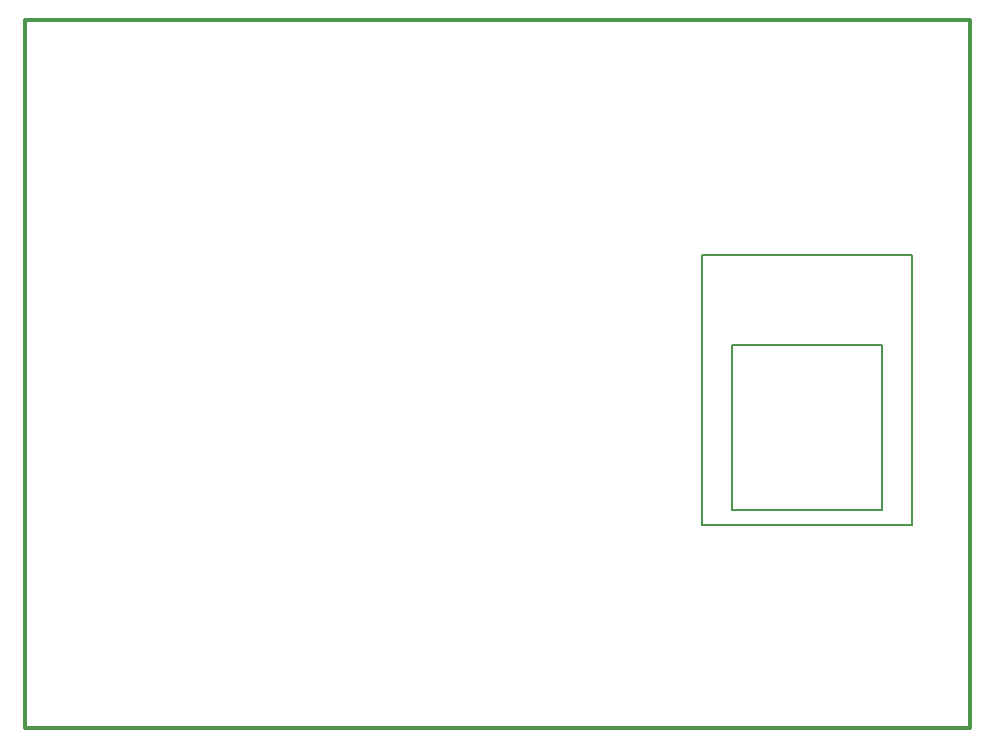
<source format=gbr>
%TF.GenerationSoftware,KiCad,Pcbnew,9.0.3*%
%TF.CreationDate,2025-07-12T12:33:21+07:00*%
%TF.ProjectId,CFBoard,4346426f-6172-4642-9e6b-696361645f70,rev?*%
%TF.SameCoordinates,Original*%
%TF.FileFunction,Legend,Bot*%
%TF.FilePolarity,Positive*%
%FSLAX45Y45*%
G04 Gerber Fmt 4.5, Leading zero omitted, Abs format (unit mm)*
G04 Created by KiCad (PCBNEW 9.0.3) date 2025-07-12 12:33:21*
%MOMM*%
%LPD*%
G01*
G04 APERTURE LIST*
%ADD10C,0.150000*%
%TA.AperFunction,Profile*%
%ADD11C,0.300000*%
%TD*%
G04 APERTURE END LIST*
D10*
%TO.C,U2*%
X16543900Y-9812550D02*
X18321900Y-9812550D01*
X16543900Y-12098550D02*
X16543900Y-9812550D01*
X16797900Y-10574550D02*
X16797900Y-11971550D01*
X16797900Y-11971550D02*
X18067900Y-11971550D01*
X18067900Y-10574550D02*
X16797900Y-10574550D01*
X18067900Y-11971550D02*
X18067900Y-10574550D01*
X18321900Y-9812550D02*
X18321900Y-12098550D01*
X18321900Y-12098550D02*
X16543900Y-12098550D01*
%TD*%
D11*
X10814900Y-7824550D02*
X18814900Y-7824550D01*
X18814900Y-13824550D01*
X10814900Y-13824550D01*
X10814900Y-7824550D01*
M02*

</source>
